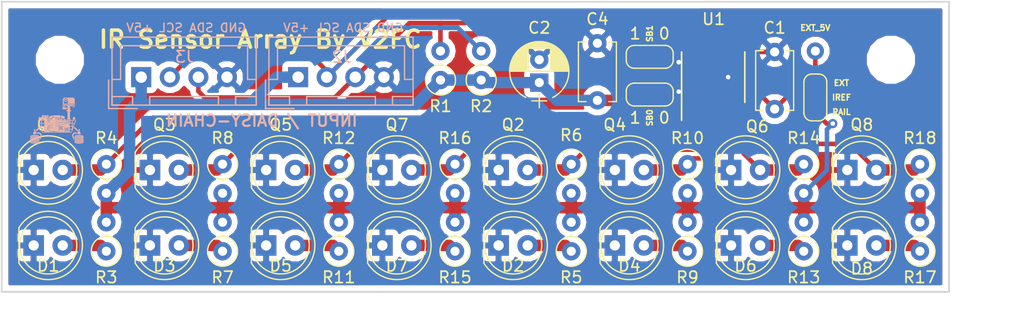
<source format=kicad_pcb>
(kicad_pcb (version 20171130) (host pcbnew "(5.0.0-rc2-63-gd4393b281)")
  (layers (0 F.Cu signal) (31 B.Cu signal) (34 B.Paste user) (35 F.Paste user) (36 B.SilkS user) (37 F.SilkS user) (38 B.Mask user) (39 F.Mask user) (44 Edge.Cuts user))
  (net 0 "")
  (net 1 GND)
  (net 2 /REF)
  (net 3 +5V)
  (net 4 "Net-(D1-Pad2)")
  (net 5 "Net-(D2-Pad2)")
  (net 6 "Net-(D3-Pad2)")
  (net 7 "Net-(D4-Pad2)")
  (net 8 "Net-(D5-Pad2)")
  (net 9 "Net-(D6-Pad2)")
  (net 10 "Net-(D7-Pad2)")
  (net 11 "Net-(D8-Pad2)")
  (net 12 "Net-(J1-Pad1)")
  (net 13 /SDA)
  (net 14 /SB_0)
  (net 15 /SB_1)
  (net 16 /CH0)
  (net 17 /CH4)
  (net 18 /CH1)
  (net 19 /CH5)
  (net 20 /CH2)
  (net 21 /CH6)
  (net 22 /CH3)
  (net 23 /CH7)
  (net 24 /SCL)
  (module Mounting_Holes:MountingHole_3.2mm_M3 (layer F.Cu) (at 181.102 122.428)
    (fp_text reference MH2 hide)
    (fp_text value MountingHole_3.2mm_M3)
    (pad 1 np_thru_hole circle (at 0 0) (size 3.2 3.2) (drill 3.2) (layers *.Cu *.Mask))
  )
  (module Capacitors_THT:C_Disc_D5.1mm_W3.2mm_P5.00mm (layer F.Cu) (at 170.942 126.746 90)
    (fp_text reference C1 (at 7.112 0 180) (layer F.SilkS))
    (fp_text value 0.1uF)
    (pad 2 thru_hole circle (at 5 0 90) (size 1.6 1.6) (drill 0.8) (layers *.Cu *.Mask) (net 1 GND))
    (pad 1 thru_hole circle (at 0 0 90) (size 1.6 1.6) (drill 0.8) (layers *.Cu *.Mask) (net 2 /REF))
  )
  (module Capacitors_THT:CP_Radial_D5.0mm_P2.00mm (layer F.Cu) (at 150.368 124.428 90)
    (fp_text reference C2 (at 4.794 0 180) (layer F.SilkS))
    (fp_text value 10uF)
    (pad 2 thru_hole circle (at 2 0 90) (size 1.6 1.6) (drill 0.8) (layers *.Cu *.Mask) (net 1 GND))
    (pad 1 thru_hole rect (at 0 0 90) (size 1.6 1.6) (drill 0.8) (layers *.Cu *.Mask) (net 3 +5V))
  )
  (module Capacitors_THT:C_Disc_D5.1mm_W3.2mm_P5.00mm (layer F.Cu) (at 155.448 125.984 90)
    (fp_text reference C4 (at 7.112 0 180) (layer F.SilkS))
    (fp_text value 100nF)
    (pad 1 thru_hole circle (at 0 0 90) (size 1.6 1.6) (drill 0.8) (layers *.Cu *.Mask) (net 3 +5V))
    (pad 2 thru_hole circle (at 5 0 90) (size 1.6 1.6) (drill 0.8) (layers *.Cu *.Mask) (net 1 GND))
  )
  (module LEDs:LED_D5.0mm (layer F.Cu) (at 106.172 138.684)
    (fp_text reference D1 (at 1.27 1.778) (layer F.SilkS))
    (fp_text value EMITTER)
    (pad 2 thru_hole circle (at 2.54 0) (size 1.8 1.8) (drill 0.9) (layers *.Cu *.Mask) (net 4 "Net-(D1-Pad2)"))
    (pad 1 thru_hole rect (at 0 0) (size 1.8 1.8) (drill 0.9) (layers *.Cu *.Mask) (net 1 GND))
  )
  (module LEDs:LED_D5.0mm (layer F.Cu) (at 146.812 138.684)
    (fp_text reference D2 (at 1.27 1.778) (layer F.SilkS))
    (fp_text value EMITTER)
    (pad 1 thru_hole rect (at 0 0) (size 1.8 1.8) (drill 0.9) (layers *.Cu *.Mask) (net 1 GND))
    (pad 2 thru_hole circle (at 2.54 0) (size 1.8 1.8) (drill 0.9) (layers *.Cu *.Mask) (net 5 "Net-(D2-Pad2)"))
  )
  (module LEDs:LED_D5.0mm (layer F.Cu) (at 116.332 138.684)
    (fp_text reference D3 (at 1.27 1.778) (layer F.SilkS))
    (fp_text value EMITTER)
    (pad 2 thru_hole circle (at 2.54 0) (size 1.8 1.8) (drill 0.9) (layers *.Cu *.Mask) (net 6 "Net-(D3-Pad2)"))
    (pad 1 thru_hole rect (at 0 0) (size 1.8 1.8) (drill 0.9) (layers *.Cu *.Mask) (net 1 GND))
  )
  (module LEDs:LED_D5.0mm (layer F.Cu) (at 156.972 138.684)
    (fp_text reference D4 (at 1.27 1.778) (layer F.SilkS))
    (fp_text value EMITTER)
    (pad 1 thru_hole rect (at 0 0) (size 1.8 1.8) (drill 0.9) (layers *.Cu *.Mask) (net 1 GND))
    (pad 2 thru_hole circle (at 2.54 0) (size 1.8 1.8) (drill 0.9) (layers *.Cu *.Mask) (net 7 "Net-(D4-Pad2)"))
  )
  (module LEDs:LED_D5.0mm (layer F.Cu) (at 126.492 138.684)
    (fp_text reference D5 (at 1.27 1.778) (layer F.SilkS))
    (fp_text value EMITTER)
    (pad 1 thru_hole rect (at 0 0) (size 1.8 1.8) (drill 0.9) (layers *.Cu *.Mask) (net 1 GND))
    (pad 2 thru_hole circle (at 2.54 0) (size 1.8 1.8) (drill 0.9) (layers *.Cu *.Mask) (net 8 "Net-(D5-Pad2)"))
  )
  (module LEDs:LED_D5.0mm (layer F.Cu) (at 167.132 138.684)
    (fp_text reference D6 (at 1.27 1.778) (layer F.SilkS))
    (fp_text value EMITTER)
    (pad 2 thru_hole circle (at 2.54 0) (size 1.8 1.8) (drill 0.9) (layers *.Cu *.Mask) (net 9 "Net-(D6-Pad2)"))
    (pad 1 thru_hole rect (at 0 0) (size 1.8 1.8) (drill 0.9) (layers *.Cu *.Mask) (net 1 GND))
  )
  (module LEDs:LED_D5.0mm (layer F.Cu) (at 136.652 138.684)
    (fp_text reference D7 (at 1.27 1.778) (layer F.SilkS))
    (fp_text value EMITTER)
    (pad 1 thru_hole rect (at 0 0) (size 1.8 1.8) (drill 0.9) (layers *.Cu *.Mask) (net 1 GND))
    (pad 2 thru_hole circle (at 2.54 0) (size 1.8 1.8) (drill 0.9) (layers *.Cu *.Mask) (net 10 "Net-(D7-Pad2)"))
  )
  (module LEDs:LED_D5.0mm (layer F.Cu) (at 177.292 138.684)
    (fp_text reference D8 (at 1.27 2.032) (layer F.SilkS))
    (fp_text value EMITTER)
    (pad 1 thru_hole rect (at 0 0) (size 1.8 1.8) (drill 0.9) (layers *.Cu *.Mask) (net 1 GND))
    (pad 2 thru_hole circle (at 2.54 0) (size 1.8 1.8) (drill 0.9) (layers *.Cu *.Mask) (net 11 "Net-(D8-Pad2)"))
  )
  (module Measurement_Points:Measurement_Point_Round-TH_Small (layer F.Cu) (at 174.498 121.666)
    (fp_text reference J1 hide)
    (fp_text value EXT_REF)
    (pad 1 thru_hole circle (at 0 0) (size 1.5 1.5) (drill 0.8) (layers *.Cu *.Mask) (net 12 "Net-(J1-Pad1)"))
  )
  (module LEDs:LED_D5.0mm (layer F.Cu) (at 106.172 132.08)
    (fp_text reference Q1 (at 1.27 -3.96) (layer F.SilkS))
    (fp_text value DETECT)
    (pad 1 thru_hole rect (at 0 0) (size 1.8 1.8) (drill 0.9) (layers *.Cu *.Mask) (net 1 GND))
    (pad 2 thru_hole circle (at 2.54 0) (size 1.8 1.8) (drill 0.9) (layers *.Cu *.Mask) (net 16 /CH0))
  )
  (module LEDs:LED_D5.0mm (layer F.Cu) (at 146.812 132.08)
    (fp_text reference Q2 (at 1.27 -3.96) (layer F.SilkS))
    (fp_text value DETECT)
    (pad 1 thru_hole rect (at 0 0) (size 1.8 1.8) (drill 0.9) (layers *.Cu *.Mask) (net 1 GND))
    (pad 2 thru_hole circle (at 2.54 0) (size 1.8 1.8) (drill 0.9) (layers *.Cu *.Mask) (net 17 /CH4))
  )
  (module LEDs:LED_D5.0mm (layer F.Cu) (at 116.332 132.08)
    (fp_text reference Q3 (at 1.27 -3.96) (layer F.SilkS))
    (fp_text value DETECT)
    (pad 1 thru_hole rect (at 0 0) (size 1.8 1.8) (drill 0.9) (layers *.Cu *.Mask) (net 1 GND))
    (pad 2 thru_hole circle (at 2.54 0) (size 1.8 1.8) (drill 0.9) (layers *.Cu *.Mask) (net 18 /CH1))
  )
  (module LEDs:LED_D5.0mm (layer F.Cu) (at 126.492 132.08)
    (fp_text reference Q5 (at 1.27 -3.96) (layer F.SilkS))
    (fp_text value DETECT)
    (pad 2 thru_hole circle (at 2.54 0) (size 1.8 1.8) (drill 0.9) (layers *.Cu *.Mask) (net 20 /CH2))
    (pad 1 thru_hole rect (at 0 0) (size 1.8 1.8) (drill 0.9) (layers *.Cu *.Mask) (net 1 GND))
  )
  (module LEDs:LED_D5.0mm (layer F.Cu) (at 167.132 132.08)
    (fp_text reference Q6 (at 2.286 -3.81) (layer F.SilkS))
    (fp_text value DETECT)
    (pad 2 thru_hole circle (at 2.54 0) (size 1.8 1.8) (drill 0.9) (layers *.Cu *.Mask) (net 21 /CH6))
    (pad 1 thru_hole rect (at 0 0) (size 1.8 1.8) (drill 0.9) (layers *.Cu *.Mask) (net 1 GND))
  )
  (module LEDs:LED_D5.0mm (layer F.Cu) (at 136.652 132.08)
    (fp_text reference Q7 (at 1.27 -3.96) (layer F.SilkS))
    (fp_text value DETECT)
    (pad 2 thru_hole circle (at 2.54 0) (size 1.8 1.8) (drill 0.9) (layers *.Cu *.Mask) (net 22 /CH3))
    (pad 1 thru_hole rect (at 0 0) (size 1.8 1.8) (drill 0.9) (layers *.Cu *.Mask) (net 1 GND))
  )
  (module LEDs:LED_D5.0mm (layer F.Cu) (at 177.292 132.08)
    (fp_text reference Q8 (at 1.27 -3.96) (layer F.SilkS))
    (fp_text value DETECT)
    (pad 2 thru_hole circle (at 2.54 0) (size 1.8 1.8) (drill 0.9) (layers *.Cu *.Mask) (net 23 /CH7))
    (pad 1 thru_hole rect (at 0 0) (size 1.8 1.8) (drill 0.9) (layers *.Cu *.Mask) (net 1 GND))
  )
  (module Resistors_THT:R_Axial_DIN0207_L6.3mm_D2.5mm_P2.54mm_Vertical (layer F.Cu) (at 141.732 124.206 90)
    (fp_text reference R1 (at -2.286 0 180) (layer F.SilkS))
    (fp_text value 10k0)
    (pad 1 thru_hole circle (at 0 0 90) (size 1.6 1.6) (drill 0.8) (layers *.Cu *.Mask) (net 3 +5V))
    (pad 2 thru_hole oval (at 2.54 0 90) (size 1.6 1.6) (drill 0.8) (layers *.Cu *.Mask) (net 13 /SDA))
  )
  (module Resistors_THT:R_Axial_DIN0207_L6.3mm_D2.5mm_P2.54mm_Vertical (layer F.Cu) (at 145.288 124.206 90)
    (fp_text reference R2 (at -2.286 0 180) (layer F.SilkS))
    (fp_text value 10k0)
    (pad 1 thru_hole circle (at 0 0 90) (size 1.6 1.6) (drill 0.8) (layers *.Cu *.Mask) (net 3 +5V))
    (pad 2 thru_hole oval (at 2.54 0 90) (size 1.6 1.6) (drill 0.8) (layers *.Cu *.Mask) (net 24 /SCL))
  )
  (module Resistors_THT:R_Axial_DIN0207_L6.3mm_D2.5mm_P2.54mm_Vertical (layer F.Cu) (at 112.522 139.192 90)
    (fp_text reference R3 (at -2.286 0 180) (layer F.SilkS))
    (fp_text value 330R)
    (pad 1 thru_hole circle (at 0 0 90) (size 1.6 1.6) (drill 0.8) (layers *.Cu *.Mask) (net 4 "Net-(D1-Pad2)"))
    (pad 2 thru_hole oval (at 2.54 0 90) (size 1.6 1.6) (drill 0.8) (layers *.Cu *.Mask) (net 3 +5V))
  )
  (module Resistors_THT:R_Axial_DIN0207_L6.3mm_D2.5mm_P2.54mm_Vertical (layer F.Cu) (at 112.522 131.572 270)
    (fp_text reference R4 (at -2.286 0) (layer F.SilkS))
    (fp_text value 10k0)
    (pad 2 thru_hole oval (at 2.54 0 270) (size 1.6 1.6) (drill 0.8) (layers *.Cu *.Mask) (net 3 +5V))
    (pad 1 thru_hole circle (at 0 0 270) (size 1.6 1.6) (drill 0.8) (layers *.Cu *.Mask) (net 16 /CH0))
  )
  (module Resistors_THT:R_Axial_DIN0207_L6.3mm_D2.5mm_P2.54mm_Vertical (layer F.Cu) (at 153.162 139.192 90)
    (fp_text reference R5 (at -2.286 0 180) (layer F.SilkS))
    (fp_text value 330R)
    (pad 2 thru_hole oval (at 2.54 0 90) (size 1.6 1.6) (drill 0.8) (layers *.Cu *.Mask) (net 3 +5V))
    (pad 1 thru_hole circle (at 0 0 90) (size 1.6 1.6) (drill 0.8) (layers *.Cu *.Mask) (net 5 "Net-(D2-Pad2)"))
  )
  (module Resistors_THT:R_Axial_DIN0207_L6.3mm_D2.5mm_P2.54mm_Vertical (layer F.Cu) (at 153.162 131.572 270)
    (fp_text reference R6 (at -2.54 0) (layer F.SilkS))
    (fp_text value 10k0)
    (pad 2 thru_hole oval (at 2.54 0 270) (size 1.6 1.6) (drill 0.8) (layers *.Cu *.Mask) (net 3 +5V))
    (pad 1 thru_hole circle (at 0 0 270) (size 1.6 1.6) (drill 0.8) (layers *.Cu *.Mask) (net 17 /CH4))
  )
  (module Resistors_THT:R_Axial_DIN0207_L6.3mm_D2.5mm_P2.54mm_Vertical (layer F.Cu) (at 122.682 139.192 90)
    (fp_text reference R7 (at -2.286 0 180) (layer F.SilkS))
    (fp_text value 330R)
    (pad 1 thru_hole circle (at 0 0 90) (size 1.6 1.6) (drill 0.8) (layers *.Cu *.Mask) (net 6 "Net-(D3-Pad2)"))
    (pad 2 thru_hole oval (at 2.54 0 90) (size 1.6 1.6) (drill 0.8) (layers *.Cu *.Mask) (net 3 +5V))
  )
  (module Resistors_THT:R_Axial_DIN0207_L6.3mm_D2.5mm_P2.54mm_Vertical (layer F.Cu) (at 122.682 131.572 270)
    (fp_text reference R8 (at -2.286 0) (layer F.SilkS))
    (fp_text value 10k0)
    (pad 2 thru_hole oval (at 2.54 0 270) (size 1.6 1.6) (drill 0.8) (layers *.Cu *.Mask) (net 3 +5V))
    (pad 1 thru_hole circle (at 0 0 270) (size 1.6 1.6) (drill 0.8) (layers *.Cu *.Mask) (net 18 /CH1))
  )
  (module Resistors_THT:R_Axial_DIN0207_L6.3mm_D2.5mm_P2.54mm_Vertical (layer F.Cu) (at 163.322 139.192 90)
    (fp_text reference R9 (at -2.286 0 180) (layer F.SilkS))
    (fp_text value 330R)
    (pad 1 thru_hole circle (at 0 0 90) (size 1.6 1.6) (drill 0.8) (layers *.Cu *.Mask) (net 7 "Net-(D4-Pad2)"))
    (pad 2 thru_hole oval (at 2.54 0 90) (size 1.6 1.6) (drill 0.8) (layers *.Cu *.Mask) (net 3 +5V))
  )
  (module Resistors_THT:R_Axial_DIN0207_L6.3mm_D2.5mm_P2.54mm_Vertical (layer F.Cu) (at 163.322 131.572 270)
    (fp_text reference R10 (at -2.286 0) (layer F.SilkS))
    (fp_text value 10k0)
    (pad 2 thru_hole oval (at 2.54 0 270) (size 1.6 1.6) (drill 0.8) (layers *.Cu *.Mask) (net 3 +5V))
    (pad 1 thru_hole circle (at 0 0 270) (size 1.6 1.6) (drill 0.8) (layers *.Cu *.Mask) (net 19 /CH5))
  )
  (module Resistors_THT:R_Axial_DIN0207_L6.3mm_D2.5mm_P2.54mm_Vertical (layer F.Cu) (at 132.842 139.192 90)
    (fp_text reference R11 (at -2.286 0 180) (layer F.SilkS))
    (fp_text value 330R)
    (pad 1 thru_hole circle (at 0 0 90) (size 1.6 1.6) (drill 0.8) (layers *.Cu *.Mask) (net 8 "Net-(D5-Pad2)"))
    (pad 2 thru_hole oval (at 2.54 0 90) (size 1.6 1.6) (drill 0.8) (layers *.Cu *.Mask) (net 3 +5V))
  )
  (module Resistors_THT:R_Axial_DIN0207_L6.3mm_D2.5mm_P2.54mm_Vertical (layer F.Cu) (at 132.842 131.572 270)
    (fp_text reference R12 (at -2.286 0) (layer F.SilkS))
    (fp_text value 10k0)
    (pad 2 thru_hole oval (at 2.54 0 270) (size 1.6 1.6) (drill 0.8) (layers *.Cu *.Mask) (net 3 +5V))
    (pad 1 thru_hole circle (at 0 0 270) (size 1.6 1.6) (drill 0.8) (layers *.Cu *.Mask) (net 20 /CH2))
  )
  (module Resistors_THT:R_Axial_DIN0207_L6.3mm_D2.5mm_P2.54mm_Vertical (layer F.Cu) (at 173.482 139.192 90)
    (fp_text reference R13 (at -2.286 0 180) (layer F.SilkS))
    (fp_text value 330R)
    (pad 1 thru_hole circle (at 0 0 90) (size 1.6 1.6) (drill 0.8) (layers *.Cu *.Mask) (net 9 "Net-(D6-Pad2)"))
    (pad 2 thru_hole oval (at 2.54 0 90) (size 1.6 1.6) (drill 0.8) (layers *.Cu *.Mask) (net 3 +5V))
  )
  (module Resistors_THT:R_Axial_DIN0207_L6.3mm_D2.5mm_P2.54mm_Vertical (layer F.Cu) (at 173.482 131.572 270)
    (fp_text reference R14 (at -2.286 0) (layer F.SilkS))
    (fp_text value 10k0)
    (pad 2 thru_hole oval (at 2.54 0 270) (size 1.6 1.6) (drill 0.8) (layers *.Cu *.Mask) (net 3 +5V))
    (pad 1 thru_hole circle (at 0 0 270) (size 1.6 1.6) (drill 0.8) (layers *.Cu *.Mask) (net 21 /CH6))
  )
  (module Resistors_THT:R_Axial_DIN0207_L6.3mm_D2.5mm_P2.54mm_Vertical (layer F.Cu) (at 143.002 139.192 90)
    (fp_text reference R15 (at -2.286 0 180) (layer F.SilkS))
    (fp_text value 330R)
    (pad 1 thru_hole circle (at 0 0 90) (size 1.6 1.6) (drill 0.8) (layers *.Cu *.Mask) (net 10 "Net-(D7-Pad2)"))
    (pad 2 thru_hole oval (at 2.54 0 90) (size 1.6 1.6) (drill 0.8) (layers *.Cu *.Mask) (net 3 +5V))
  )
  (module Resistors_THT:R_Axial_DIN0207_L6.3mm_D2.5mm_P2.54mm_Vertical (layer F.Cu) (at 143.002 131.572 270)
    (fp_text reference R16 (at -2.286 0) (layer F.SilkS))
    (fp_text value 10k0)
    (pad 2 thru_hole oval (at 2.54 0 270) (size 1.6 1.6) (drill 0.8) (layers *.Cu *.Mask) (net 3 +5V))
    (pad 1 thru_hole circle (at 0 0 270) (size 1.6 1.6) (drill 0.8) (layers *.Cu *.Mask) (net 22 /CH3))
  )
  (module Resistors_THT:R_Axial_DIN0207_L6.3mm_D2.5mm_P2.54mm_Vertical (layer F.Cu) (at 183.642 139.192 90)
    (fp_text reference R17 (at -2.286 0 180) (layer F.SilkS))
    (fp_text value 330R)
    (pad 1 thru_hole circle (at 0 0 90) (size 1.6 1.6) (drill 0.8) (layers *.Cu *.Mask) (net 11 "Net-(D8-Pad2)"))
    (pad 2 thru_hole oval (at 2.54 0 90) (size 1.6 1.6) (drill 0.8) (layers *.Cu *.Mask) (net 3 +5V))
  )
  (module Resistors_THT:R_Axial_DIN0207_L6.3mm_D2.5mm_P2.54mm_Vertical (layer F.Cu) (at 183.642 131.572 270)
    (fp_text reference R18 (at -2.286 0) (layer F.SilkS))
    (fp_text value 10k0)
    (pad 1 thru_hole circle (at 0 0 270) (size 1.6 1.6) (drill 0.8) (layers *.Cu *.Mask) (net 23 /CH7))
    (pad 2 thru_hole oval (at 2.54 0 270) (size 1.6 1.6) (drill 0.8) (layers *.Cu *.Mask) (net 3 +5V))
  )
  (module Housings_SSOP:TSSOP-16_4.4x5mm_Pitch0.65mm (layer F.Cu) (at 165.608 123.952 90)
    (fp_text reference U1 (at 5.08 0 180) (layer F.SilkS))
    (fp_text value ADS7828)
    (pad 16 smd rect (at 2.95 -2.275 90) (size 1.5 0.45) (layers F.Cu F.Paste F.Mask) (net 3 +5V))
    (pad 15 smd rect (at 2.95 -1.625 90) (size 1.5 0.45) (layers F.Cu F.Paste F.Mask) (net 13 /SDA))
    (pad 14 smd rect (at 2.95 -0.975 90) (size 1.5 0.45) (layers F.Cu F.Paste F.Mask) (net 24 /SCL))
    (pad 13 smd rect (at 2.95 -0.325 90) (size 1.5 0.45) (layers F.Cu F.Paste F.Mask) (net 15 /SB_1))
    (pad 12 smd rect (at 2.95 0.325 90) (size 1.5 0.45) (layers F.Cu F.Paste F.Mask) (net 14 /SB_0))
    (pad 11 smd rect (at 2.95 0.975 90) (size 1.5 0.45) (layers F.Cu F.Paste F.Mask) (net 1 GND))
    (pad 10 smd rect (at 2.95 1.625 90) (size 1.5 0.45) (layers F.Cu F.Paste F.Mask) (net 2 /REF))
    (pad 9 smd rect (at 2.95 2.275 90) (size 1.5 0.45) (layers F.Cu F.Paste F.Mask) (net 1 GND))
    (pad 8 smd rect (at -2.95 2.275 90) (size 1.5 0.45) (layers F.Cu F.Paste F.Mask) (net 23 /CH7))
    (pad 7 smd rect (at -2.95 1.625 90) (size 1.5 0.45) (layers F.Cu F.Paste F.Mask) (net 21 /CH6))
    (pad 6 smd rect (at -2.95 0.975 90) (size 1.5 0.45) (layers F.Cu F.Paste F.Mask) (net 19 /CH5))
    (pad 5 smd rect (at -2.95 0.325 90) (size 1.5 0.45) (layers F.Cu F.Paste F.Mask) (net 17 /CH4))
    (pad 4 smd rect (at -2.95 -0.325 90) (size 1.5 0.45) (layers F.Cu F.Paste F.Mask) (net 22 /CH3))
    (pad 3 smd rect (at -2.95 -0.975 90) (size 1.5 0.45) (layers F.Cu F.Paste F.Mask) (net 20 /CH2))
    (pad 2 smd rect (at -2.95 -1.625 90) (size 1.5 0.45) (layers F.Cu F.Paste F.Mask) (net 18 /CH1))
    (pad 1 smd rect (at -2.95 -2.275 90) (size 1.5 0.45) (layers F.Cu F.Paste F.Mask) (net 16 /CH0))
  )
  (module Connectors_JST:JST_XH_B04B-XH-A_04x2.50mm_Straight (layer B.Cu) (at 129.286 123.952)
    (fp_text reference J2 (at 3.81 -1.778) (layer B.SilkS) (effects (justify mirror)))
    (fp_text value INPUT)
    (pad 1 thru_hole rect (at 0 0) (size 1.75 1.75) (drill 1) (layers *.Cu *.Mask) (net 3 +5V))
    (pad 2 thru_hole circle (at 2.5 0) (size 1.75 1.75) (drill 1) (layers *.Cu *.Mask) (net 24 /SCL))
    (pad 3 thru_hole circle (at 5 0) (size 1.75 1.75) (drill 1) (layers *.Cu *.Mask) (net 13 /SDA))
    (pad 4 thru_hole circle (at 7.5 0) (size 1.75 1.75) (drill 1) (layers *.Cu *.Mask) (net 1 GND))
  )
  (module Connectors_JST:JST_XH_B04B-XH-A_04x2.50mm_Straight (layer B.Cu) (at 115.57 123.952)
    (fp_text reference J3 (at 3.81 -1.778) (layer B.SilkS) (effects (justify mirror)))
    (fp_text value PASSTHRU)
    (pad 4 thru_hole circle (at 7.5 0) (size 1.75 1.75) (drill 1) (layers *.Cu *.Mask) (net 1 GND))
    (pad 3 thru_hole circle (at 5 0) (size 1.75 1.75) (drill 1) (layers *.Cu *.Mask) (net 13 /SDA))
    (pad 2 thru_hole circle (at 2.5 0) (size 1.75 1.75) (drill 1) (layers *.Cu *.Mask) (net 24 /SCL))
    (pad 1 thru_hole rect (at 0 0) (size 1.75 1.75) (drill 1) (layers *.Cu *.Mask) (net 3 +5V))
  )
  (module footprints:SolderJumper-3_P1.3mm_Open_RoundedPad1.0x1.5mm_NumberLabels (layer F.Cu) (at 160.02 125.476)
    (fp_text reference JP1 hide)
    (fp_text value SB_0)
    (fp_text user 0 (at 1.27 2.032) (layer F.SilkS))
    (fp_text user 1 (at -1.27 2.032) (layer F.SilkS))
    (pad 1 smd roundrect (at -1.3 0) (size 1 1.5) (layers F.Cu F.Mask) (roundrect_rratio 0.5) (net 3 +5V))
    (pad 1 smd rect (at -1 0) (size 0.5 1.5) (layers F.Cu F.Mask) (net 3 +5V))
    (pad 2 smd rect (at 0 0) (size 1 1.5) (layers F.Cu F.Mask) (net 14 /SB_0))
    (pad 3 smd roundrect (at 1.3 0) (size 1 1.5) (layers F.Cu F.Mask) (roundrect_rratio 0.5) (net 1 GND))
    (pad 3 smd rect (at 1 0) (size 0.5 1.5) (layers F.Cu F.Mask) (net 1 GND))
  )
  (module footprints:SolderJumper-3_P1.3mm_Open_RoundedPad1.0x1.5mm_NumberLabels (layer F.Cu) (at 174.498 125.73 90)
    (fp_text reference JP2 hide)
    (fp_text value REF_5V)
    (fp_text user EXT (at 1.27 2.286 180) (layer F.SilkS) (effects (font (size 0.5 0.5) (thickness 0.125))))
    (fp_text user RAIL (at -1.27 2.286 180) (layer F.SilkS) (effects (font (size 0.5 0.5) (thickness 0.125))))
    (pad 1 smd roundrect (at -1.3 0 90) (size 1 1.5) (layers F.Cu F.Mask) (roundrect_rratio 0.5) (net 3 +5V))
    (pad 1 smd rect (at -1 0 90) (size 0.5 1.5) (layers F.Cu F.Mask) (net 3 +5V))
    (pad 2 smd rect (at 0 0 90) (size 1 1.5) (layers F.Cu F.Mask) (net 2 /REF))
    (pad 3 smd roundrect (at 1.3 0 90) (size 1 1.5) (layers F.Cu F.Mask) (roundrect_rratio 0.5) (net 12 "Net-(J1-Pad1)"))
    (pad 3 smd rect (at 1 0 90) (size 0.5 1.5) (layers F.Cu F.Mask) (net 12 "Net-(J1-Pad1)"))
  )
  (module footprints:SolderJumper-3_P1.3mm_Open_RoundedPad1.0x1.5mm_NumberLabels (layer F.Cu) (at 160.02 122.174)
    (fp_text reference JP3 hide)
    (fp_text value SB_1)
    (fp_text user 1 (at -1.27 -2.032) (layer F.SilkS))
    (fp_text user 0 (at 1.27 -2.032) (layer F.SilkS))
    (pad 3 smd rect (at 1 0) (size 0.5 1.5) (layers F.Cu F.Mask) (net 1 GND))
    (pad 3 smd roundrect (at 1.3 0) (size 1 1.5) (layers F.Cu F.Mask) (roundrect_rratio 0.5) (net 1 GND))
    (pad 2 smd rect (at 0 0) (size 1 1.5) (layers F.Cu F.Mask) (net 15 /SB_1))
    (pad 1 smd rect (at -1 0) (size 0.5 1.5) (layers F.Cu F.Mask) (net 3 +5V))
    (pad 1 smd roundrect (at -1.3 0) (size 1 1.5) (layers F.Cu F.Mask) (roundrect_rratio 0.5) (net 3 +5V))
  )
  (module Mounting_Holes:MountingHole_3.2mm_M3 (layer F.Cu) (at 108.458 122.428)
    (fp_text reference MH1 hide)
    (fp_text value MountingHole_3.2mm_M3)
    (pad 1 np_thru_hole circle (at 0 0) (size 3.2 3.2) (drill 3.2) (layers *.Cu *.Mask))
  )
  (module LEDs:LED_D5.0mm (layer F.Cu) (at 156.972 132.08)
    (fp_text reference Q4 (at 0 -3.96) (layer F.SilkS))
    (fp_text value DETECT)
    (pad 2 thru_hole circle (at 2.54 0) (size 1.8 1.8) (drill 0.9) (layers *.Cu *.Mask) (net 19 /CH5))
    (pad 1 thru_hole rect (at 0 0) (size 1.8 1.8) (drill 0.9) (layers *.Cu *.Mask) (net 1 GND))
  )
  (module footprints:rover (layer B.Cu) (at 108.204 127.762 180)
    (fp_text reference G*** hide)
    (fp_text value LOGO hide)
  )
  (gr_text "INPUT / DAISY-CHAIN" (at 126.111 127.762) (layer B.SilkS) (effects (font (size 1 1) (thickness 0.1875)) (justify mirror)))
  (gr_text "GND SDA SCL +5V" (at 119.507 119.634) (layer B.SilkS) (effects (font (size 0.75 0.75) (thickness 0.125)) (justify mirror)))
  (gr_text "GND SDA SCL +5V" (at 133.223 119.634) (layer B.SilkS) (effects (font (size 0.75 0.75) (thickness 0.125)) (justify mirror)))
  (gr_text SB0 (at 160.02 127.508 90) (layer F.SilkS) (effects (font (size 0.5 0.5) (thickness 0.125))))
  (gr_text SB1 (at 160.02 120.142 90) (layer F.SilkS) (effects (font (size 0.5 0.5) (thickness 0.125))))
  (gr_text EXT_5V (at 174.498 119.634) (layer F.SilkS) (effects (font (size 0.5 0.5) (thickness 0.125))))
  (gr_text IREF (at 176.784 125.73) (layer F.SilkS) (effects (font (size 0.5 0.5) (thickness 0.125))))
  (gr_text "IR Sensor Array By V2FC" (at 125.984 120.65) (layer F.SilkS) (effects (font (size 1.5 1.5) (thickness 0.3))))
  (gr_line (start 186.182 117.348) (end 103.378 117.348) (layer Edge.Cuts) (width 0.15))
  (gr_line (start 186.182 142.748) (end 186.182 117.348) (layer Edge.Cuts) (width 0.15))
  (gr_line (start 103.378 142.748) (end 186.182 142.748) (layer Edge.Cuts) (width 0.15))
  (gr_line (start 103.378 117.348) (end 103.378 142.748) (layer Edge.Cuts) (width 0.15))
  (segment (start 168.627 121.746) (end 167.883 121.002) (width 0.4) (layer F.Cu) (net 1))
  (segment (start 170.942 121.746) (end 168.627 121.746) (width 0.4) (layer F.Cu) (net 1))
  (via (at 166.878 123.952) (size 0.8) (drill 0.4) (layers F.Cu B.Cu) (net 1))
  (segment (start 166.583 121.002) (end 166.583 123.657) (width 0.4) (layer F.Cu) (net 1))
  (segment (start 166.583 123.657) (end 166.878 123.952) (width 0.4) (layer F.Cu) (net 1))
  (via (at 162.56 122.644) (size 0.8) (drill 0.4) (layers F.Cu B.Cu) (net 1))
  (segment (start 161.32 122.174) (end 162.09 122.174) (width 0.4) (layer F.Cu) (net 1))
  (segment (start 162.09 122.174) (end 162.56 122.644) (width 0.4) (layer F.Cu) (net 1))
  (via (at 162.56 125.222) (size 0.8) (drill 0.4) (layers F.Cu B.Cu) (net 1))
  (segment (start 161.32 125.476) (end 162.306 125.476) (width 0.4) (layer F.Cu) (net 1))
  (segment (start 162.306 125.476) (end 162.56 125.222) (width 0.4) (layer F.Cu) (net 1))
  (segment (start 167.233 123.037) (end 170.942 126.746) (width 0.4) (layer F.Cu) (net 2))
  (segment (start 167.233 121.002) (end 167.233 123.037) (width 0.4) (layer F.Cu) (net 2))
  (segment (start 171.958 125.73) (end 174.498 125.73) (width 0.4) (layer F.Cu) (net 2))
  (segment (start 170.942 126.746) (end 171.958 125.73) (width 0.4) (layer F.Cu) (net 2))
  (segment (start 112.522 135.382) (end 122.682 135.382) (width 1) (layer F.Cu) (net 3))
  (segment (start 122.682 135.382) (end 122.682 134.112) (width 1) (layer F.Cu) (net 3))
  (segment (start 122.682 136.652) (end 122.682 135.382) (width 1) (layer F.Cu) (net 3))
  (segment (start 112.522 135.382) (end 112.522 136.652) (width 1) (layer F.Cu) (net 3))
  (segment (start 112.522 134.112) (end 112.522 135.382) (width 1) (layer F.Cu) (net 3))
  (segment (start 131.572 135.382) (end 132.842 135.382) (width 1) (layer F.Cu) (net 3))
  (segment (start 122.682 135.382) (end 131.572 135.382) (width 1) (layer F.Cu) (net 3))
  (segment (start 132.842 136.652) (end 132.842 135.382) (width 1) (layer F.Cu) (net 3))
  (segment (start 132.842 135.382) (end 132.842 134.112) (width 1) (layer F.Cu) (net 3))
  (segment (start 132.842 135.382) (end 143.002 135.382) (width 1) (layer F.Cu) (net 3))
  (segment (start 143.002 136.652) (end 143.002 135.382) (width 1) (layer F.Cu) (net 3))
  (segment (start 143.002 135.382) (end 143.002 134.112) (width 1) (layer F.Cu) (net 3))
  (segment (start 143.002 135.382) (end 153.162 135.382) (width 1) (layer F.Cu) (net 3))
  (segment (start 153.162 136.652) (end 153.162 135.382) (width 1) (layer F.Cu) (net 3))
  (segment (start 153.162 135.382) (end 153.162 134.112) (width 1) (layer F.Cu) (net 3))
  (segment (start 163.068 135.382) (end 163.322 135.636) (width 1) (layer F.Cu) (net 3))
  (segment (start 153.162 135.382) (end 163.068 135.382) (width 1) (layer F.Cu) (net 3))
  (segment (start 163.322 136.652) (end 163.322 135.636) (width 1) (layer F.Cu) (net 3))
  (segment (start 163.322 135.636) (end 163.322 134.112) (width 1) (layer F.Cu) (net 3))
  (segment (start 183.642 135.382) (end 173.482 135.382) (width 1) (layer F.Cu) (net 3))
  (segment (start 173.482 135.382) (end 173.482 134.112) (width 1) (layer F.Cu) (net 3))
  (segment (start 173.482 136.652) (end 173.482 135.382) (width 1) (layer F.Cu) (net 3))
  (segment (start 183.642 135.382) (end 183.642 134.112) (width 1) (layer F.Cu) (net 3))
  (segment (start 183.642 136.652) (end 183.642 135.382) (width 1) (layer F.Cu) (net 3))
  (segment (start 163.576 135.382) (end 163.322 135.636) (width 1) (layer F.Cu) (net 3))
  (segment (start 173.482 135.382) (end 163.576 135.382) (width 1) (layer F.Cu) (net 3))
  (segment (start 114.554 132.08) (end 112.522 134.112) (width 1) (layer B.Cu) (net 3))
  (segment (start 114.554 126.843) (end 114.554 132.08) (width 1) (layer B.Cu) (net 3))
  (segment (start 115.57 123.952) (end 115.57 125.827) (width 1) (layer B.Cu) (net 3))
  (segment (start 127.411 123.952) (end 129.286 123.952) (width 1) (layer B.Cu) (net 3))
  (segment (start 125.028 126.335) (end 127.411 123.952) (width 1) (layer B.Cu) (net 3))
  (segment (start 115.062 126.335) (end 125.028 126.335) (width 1) (layer B.Cu) (net 3))
  (segment (start 115.062 126.335) (end 114.554 126.843) (width 1) (layer B.Cu) (net 3))
  (segment (start 115.57 125.827) (end 115.062 126.335) (width 1) (layer B.Cu) (net 3))
  (segment (start 139.603 126.335) (end 141.732 124.206) (width 1) (layer B.Cu) (net 3))
  (segment (start 125.028 126.335) (end 139.603 126.335) (width 1) (layer B.Cu) (net 3))
  (segment (start 141.732 124.206) (end 145.288 124.206) (width 1) (layer B.Cu) (net 3))
  (segment (start 145.51 124.428) (end 145.288 124.206) (width 1) (layer B.Cu) (net 3))
  (segment (start 150.368 124.428) (end 145.51 124.428) (width 1) (layer B.Cu) (net 3))
  (segment (start 151.924 125.984) (end 150.368 124.428) (width 1) (layer B.Cu) (net 3))
  (segment (start 155.448 125.984) (end 151.924 125.984) (width 1) (layer B.Cu) (net 3))
  (segment (start 158.72 125.476) (end 158.72 122.174) (width 1) (layer F.Cu) (net 3))
  (segment (start 158.212 125.984) (end 158.72 125.476) (width 1) (layer F.Cu) (net 3))
  (segment (start 155.448 125.984) (end 158.212 125.984) (width 1) (layer F.Cu) (net 3))
  (segment (start 158.72 121.324) (end 158.72 122.174) (width 0.4) (layer F.Cu) (net 3))
  (segment (start 159.648 120.396) (end 158.72 121.324) (width 0.4) (layer F.Cu) (net 3))
  (segment (start 162.102 120.396) (end 159.648 120.396) (width 0.4) (layer F.Cu) (net 3))
  (segment (start 162.708 121.002) (end 162.102 120.396) (width 0.4) (layer F.Cu) (net 3))
  (segment (start 163.333 121.002) (end 162.708 121.002) (width 0.4) (layer F.Cu) (net 3))
  (segment (start 175.622001 128.415997) (end 176.022 128.015998) (width 0.4) (layer B.Cu) (net 3))
  (segment (start 175.483998 128.015998) (end 176.022 128.015998) (width 0.4) (layer F.Cu) (net 3))
  (segment (start 175.514 128.523998) (end 175.622001 128.415997) (width 0.4) (layer B.Cu) (net 3))
  (segment (start 173.482 134.112) (end 175.514 132.08) (width 0.4) (layer B.Cu) (net 3))
  (via (at 176.022 128.015998) (size 0.8) (drill 0.4) (layers F.Cu B.Cu) (net 3))
  (segment (start 174.498 127.03) (end 175.483998 128.015998) (width 0.4) (layer F.Cu) (net 3))
  (segment (start 175.514 132.08) (end 175.514 128.523998) (width 0.4) (layer B.Cu) (net 3))
  (segment (start 112.014 138.684) (end 112.522 139.192) (width 1) (layer F.Cu) (net 4))
  (segment (start 108.712 138.684) (end 112.014 138.684) (width 1) (layer F.Cu) (net 4))
  (segment (start 152.654 138.684) (end 153.162 139.192) (width 1) (layer F.Cu) (net 5))
  (segment (start 149.352 138.684) (end 152.654 138.684) (width 1) (layer F.Cu) (net 5))
  (segment (start 122.174 138.684) (end 122.682 139.192) (width 1) (layer F.Cu) (net 6))
  (segment (start 118.872 138.684) (end 122.174 138.684) (width 1) (layer F.Cu) (net 6))
  (segment (start 162.814 138.684) (end 163.322 139.192) (width 1) (layer F.Cu) (net 7))
  (segment (start 159.512 138.684) (end 162.814 138.684) (width 1) (layer F.Cu) (net 7))
  (segment (start 132.334 138.684) (end 132.842 139.192) (width 1) (layer F.Cu) (net 8))
  (segment (start 129.032 138.684) (end 132.334 138.684) (width 1) (layer F.Cu) (net 8))
  (segment (start 172.974 138.684) (end 173.482 139.192) (width 1) (layer F.Cu) (net 9))
  (segment (start 169.672 138.684) (end 172.974 138.684) (width 1) (layer F.Cu) (net 9))
  (segment (start 142.494 138.684) (end 143.002 139.192) (width 1) (layer F.Cu) (net 10))
  (segment (start 139.192 138.684) (end 142.494 138.684) (width 1) (layer F.Cu) (net 10))
  (segment (start 183.134 138.684) (end 183.642 139.192) (width 1) (layer F.Cu) (net 11))
  (segment (start 179.832 138.684) (end 183.134 138.684) (width 1) (layer F.Cu) (net 11))
  (segment (start 174.498 124.43) (end 174.498 121.666) (width 0.4) (layer F.Cu) (net 12))
  (segment (start 139.019989 119.218011) (end 135.160999 123.077001) (width 0.4) (layer F.Cu) (net 13))
  (segment (start 163.983 119.873542) (end 163.327469 119.218011) (width 0.4) (layer F.Cu) (net 13))
  (segment (start 163.983 121.002) (end 163.983 119.873542) (width 0.4) (layer F.Cu) (net 13))
  (segment (start 135.160999 123.077001) (end 134.286 123.952) (width 0.4) (layer F.Cu) (net 13))
  (segment (start 141.732 120.53463) (end 141.732 119.218011) (width 0.4) (layer F.Cu) (net 13))
  (segment (start 141.732 121.666) (end 141.732 120.53463) (width 0.4) (layer F.Cu) (net 13))
  (segment (start 163.327469 119.218011) (end 141.732 119.218011) (width 0.4) (layer F.Cu) (net 13))
  (segment (start 141.732 119.218011) (end 139.019989 119.218011) (width 0.4) (layer F.Cu) (net 13))
  (segment (start 120.57 125.189436) (end 121.110564 125.73) (width 0.4) (layer F.Cu) (net 13))
  (segment (start 120.57 123.952) (end 120.57 125.189436) (width 0.4) (layer F.Cu) (net 13))
  (segment (start 133.411001 124.826999) (end 134.286 123.952) (width 0.4) (layer F.Cu) (net 13))
  (segment (start 132.508 125.73) (end 133.411001 124.826999) (width 0.4) (layer F.Cu) (net 13))
  (segment (start 121.110564 125.73) (end 132.508 125.73) (width 0.4) (layer F.Cu) (net 13))
  (segment (start 160.02 124.326) (end 160.02 125.476) (width 0.4) (layer F.Cu) (net 14))
  (segment (start 160.14 124.206) (end 160.02 124.326) (width 0.4) (layer F.Cu) (net 14))
  (segment (start 164.846 124.206) (end 160.14 124.206) (width 0.4) (layer F.Cu) (net 14))
  (segment (start 165.933 121.002) (end 165.933 123.119) (width 0.4) (layer F.Cu) (net 14))
  (segment (start 165.933 123.119) (end 164.846 124.206) (width 0.4) (layer F.Cu) (net 14))
  (segment (start 165.283 122.499) (end 165.283 121.002) (width 0.4) (layer F.Cu) (net 15))
  (segment (start 164.338 123.444) (end 165.283 122.499) (width 0.4) (layer F.Cu) (net 15))
  (segment (start 160.02 122.174) (end 160.02 123.444) (width 0.4) (layer F.Cu) (net 15))
  (segment (start 160.02 123.444) (end 164.338 123.444) (width 0.4) (layer F.Cu) (net 15))
  (segment (start 112.014 132.08) (end 112.522 131.572) (width 1) (layer F.Cu) (net 16))
  (segment (start 108.712 132.08) (end 112.014 132.08) (width 1) (layer F.Cu) (net 16))
  (segment (start 112.522 131.572) (end 116.586 127.508) (width 0.4) (layer F.Cu) (net 16))
  (segment (start 162.708 126.902) (end 163.333 126.902) (width 0.4) (layer F.Cu) (net 16))
  (segment (start 162.102 127.508) (end 162.708 126.902) (width 0.4) (layer F.Cu) (net 16))
  (segment (start 116.586 127.508) (end 162.102 127.508) (width 0.4) (layer F.Cu) (net 16))
  (segment (start 152.654 132.08) (end 153.162 131.572) (width 1) (layer F.Cu) (net 17))
  (segment (start 149.352 132.08) (end 152.654 132.08) (width 1) (layer F.Cu) (net 17))
  (segment (start 165.933 129.469) (end 165.933 126.902) (width 0.4) (layer F.Cu) (net 17))
  (segment (start 165.1 130.302) (end 165.933 129.469) (width 0.4) (layer F.Cu) (net 17))
  (segment (start 153.162 131.572) (end 154.432 130.302) (width 0.4) (layer F.Cu) (net 17))
  (segment (start 154.432 130.302) (end 165.1 130.302) (width 0.4) (layer F.Cu) (net 17))
  (segment (start 122.174 132.08) (end 122.682 131.572) (width 1) (layer F.Cu) (net 18))
  (segment (start 118.872 132.08) (end 122.174 132.08) (width 1) (layer F.Cu) (net 18))
  (segment (start 125.984 128.27) (end 123.698 130.556) (width 0.4) (layer F.Cu) (net 18))
  (segment (start 123.698 130.556) (end 122.682 131.572) (width 0.4) (layer F.Cu) (net 18))
  (segment (start 163.765 128.27) (end 125.984 128.27) (width 0.4) (layer F.Cu) (net 18))
  (segment (start 163.982999 128.052001) (end 163.765 128.27) (width 0.4) (layer F.Cu) (net 18))
  (segment (start 163.983 126.902) (end 163.982999 128.052001) (width 0.4) (layer F.Cu) (net 18))
  (segment (start 162.814 132.08) (end 163.322 131.572) (width 1) (layer F.Cu) (net 19))
  (segment (start 159.512 132.08) (end 162.814 132.08) (width 1) (layer F.Cu) (net 19))
  (segment (start 163.322 131.572) (end 163.322 131.318) (width 0.4) (layer F.Cu) (net 19))
  (segment (start 166.583 129.835) (end 166.583 126.902) (width 0.4) (layer F.Cu) (net 19))
  (segment (start 165.354 131.064) (end 166.583 129.835) (width 0.4) (layer F.Cu) (net 19))
  (segment (start 163.322 131.572) (end 163.83 131.064) (width 0.4) (layer F.Cu) (net 19))
  (segment (start 163.83 131.064) (end 165.354 131.064) (width 0.4) (layer F.Cu) (net 19))
  (segment (start 132.334 132.08) (end 132.842 131.572) (width 1) (layer F.Cu) (net 20))
  (segment (start 129.032 132.08) (end 132.334 132.08) (width 1) (layer F.Cu) (net 20))
  (segment (start 164.633 128.483) (end 164.633 126.902) (width 0.4) (layer F.Cu) (net 20))
  (segment (start 164.084 129.032) (end 164.633 128.483) (width 0.4) (layer F.Cu) (net 20))
  (segment (start 135.382 129.032) (end 164.084 129.032) (width 0.4) (layer F.Cu) (net 20))
  (segment (start 132.842 131.572) (end 135.382 129.032) (width 0.4) (layer F.Cu) (net 20))
  (segment (start 172.974 132.08) (end 173.482 131.572) (width 1) (layer F.Cu) (net 21))
  (segment (start 169.672 132.08) (end 172.974 132.08) (width 1) (layer F.Cu) (net 21))
  (segment (start 169.672 132.08) (end 168.240011 130.648011) (width 0.4) (layer F.Cu) (net 21))
  (segment (start 168.240011 129.059011) (end 168.240011 130.648011) (width 0.4) (layer F.Cu) (net 21))
  (segment (start 167.233 128.052) (end 168.240011 129.059011) (width 0.4) (layer F.Cu) (net 21))
  (segment (start 167.233 126.902) (end 167.233 128.052) (width 0.4) (layer F.Cu) (net 21))
  (segment (start 142.494 132.08) (end 143.002 131.572) (width 1) (layer F.Cu) (net 22))
  (segment (start 139.192 132.08) (end 142.494 132.08) (width 1) (layer F.Cu) (net 22))
  (segment (start 165.283 129.103) (end 165.283 128.052) (width 0.4) (layer F.Cu) (net 22))
  (segment (start 165.283 128.052) (end 165.283 126.902) (width 0.4) (layer F.Cu) (net 22))
  (segment (start 164.753989 129.632011) (end 165.283 129.103) (width 0.4) (layer F.Cu) (net 22))
  (segment (start 144.941989 129.632011) (end 164.753989 129.632011) (width 0.4) (layer F.Cu) (net 22))
  (segment (start 143.002 131.572) (end 144.941989 129.632011) (width 0.4) (layer F.Cu) (net 22))
  (segment (start 183.134 132.08) (end 183.642 131.572) (width 1) (layer F.Cu) (net 23))
  (segment (start 179.832 132.08) (end 183.134 132.08) (width 1) (layer F.Cu) (net 23))
  (segment (start 177.546 129.794) (end 179.832 132.08) (width 0.4) (layer F.Cu) (net 23))
  (segment (start 171.4 129.794) (end 177.546 129.794) (width 0.4) (layer F.Cu) (net 23))
  (segment (start 168.508 126.902) (end 171.4 129.794) (width 0.4) (layer F.Cu) (net 23))
  (segment (start 167.883 126.902) (end 168.508 126.902) (width 0.4) (layer F.Cu) (net 23))
  (segment (start 164.608001 120.977001) (end 164.633 121.002) (width 0.4) (layer F.Cu) (net 24))
  (segment (start 137.374 118.364) (end 131.786 123.952) (width 0.4) (layer F.Cu) (net 24))
  (segment (start 163.576 118.364) (end 137.374 118.364) (width 0.4) (layer F.Cu) (net 24))
  (segment (start 164.633 121.002) (end 164.633 119.421) (width 0.4) (layer F.Cu) (net 24))
  (segment (start 164.633 119.421) (end 163.576 118.364) (width 0.4) (layer F.Cu) (net 24))
  (segment (start 131.786 123.404) (end 131.786 123.952) (width 0.4) (layer F.Cu) (net 24))
  (segment (start 130.302 121.92) (end 131.786 123.404) (width 0.4) (layer F.Cu) (net 24))
  (segment (start 118.07 123.952) (end 120.102 121.92) (width 0.4) (layer F.Cu) (net 24))
  (segment (start 120.102 121.92) (end 130.302 121.92) (width 0.4) (layer F.Cu) (net 24))
  (segment (start 132.660999 123.077001) (end 131.786 123.952) (width 0.4) (layer B.Cu) (net 24))
  (segment (start 136.104 119.634) (end 132.660999 123.077001) (width 0.4) (layer B.Cu) (net 24))
  (segment (start 145.288 121.666) (end 143.256 119.634) (width 0.4) (layer B.Cu) (net 24))
  (segment (start 143.256 119.634) (end 136.104 119.634) (width 0.4) (layer B.Cu) (net 24))
  (zone (net 1) (net_name GND) (layer B.Cu) (connect_pads (clearance 0.508)) (min_thickness 0.254) (fill yes (arc_segments 16) (thermal_gap 0.508) (thermal_bridge_width 0.508))
    (polygon (pts (xy 103.378 117.348) (xy 103.378 142.748) (xy 186.182 142.748) (xy 186.182 117.348)))
  )
  (zone (net 1) (net_name GND) (layer F.Cu) (connect_pads (clearance 0.508)) (min_thickness 0.254) (fill yes (arc_segments 16) (thermal_gap 0.508) (thermal_bridge_width 0.508))
    (polygon (pts (xy 103.378 117.348) (xy 103.378 142.748) (xy 186.182 142.748) (xy 186.182 117.348)))
  )
)
</source>
